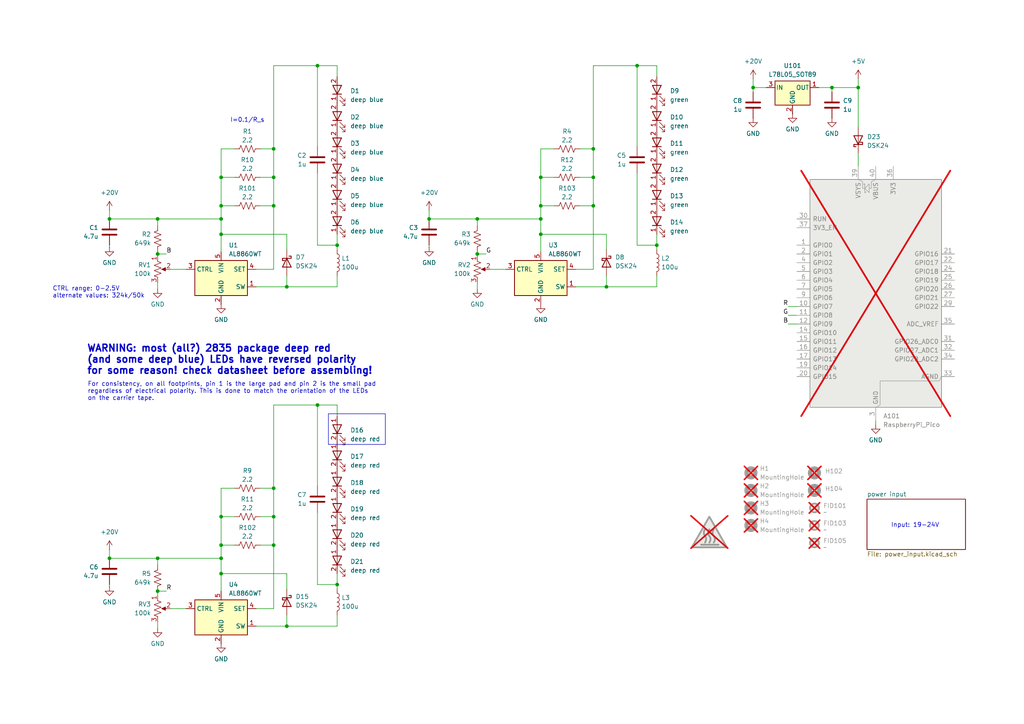
<source format=kicad_sch>
(kicad_sch (version 20250114) (generator "eeschema") (generator_version "9.0")
  (paper "A4")
  (title_block (date "2025-03-28") (rev "2"))
  (lib_symbols
    (symbol "Device:C" (pin_numbers (hide yes)) (pin_names (offset 0.254))
      (property "Reference" "C" (at 0.635 2.54 0))
      (property "Value" "C" (at 0.635 -2.54 0))
      (symbol "C_1_1"
        (pin passive line (at 0 3.81 270) (length 2.794) (name "~") (number "1"))
        (pin passive line (at 0 -3.81 90) (length 2.794) (name "~") (number "2"))
      )
    )
    (symbol "Device:L" (pin_numbers (hide yes)) (pin_names (offset 1.016) (hide yes))
      (property "Reference" "L" (at -1.27 0 90))
      (property "Value" "L" (at 1.905 0 90))
      (symbol "L_1_1"
        (pin passive line (at 0 3.81 270) (length 1.27) (name "1") (number "1"))
        (pin passive line (at 0 -3.81 90) (length 1.27) (name "2") (number "2"))
      )
    )
    (symbol "Device:LED" (pin_names (offset 1.016) (hide yes))
      (property "Reference" "D" (at 0 2.54 0))
      (property "Value" "LED" (at 0 -2.54 0))
      (symbol "LED_1_1"
        (pin passive line (at -3.81 0 0) (length 2.54) (name "K") (number "1"))
        (pin passive line (at 3.81 0 180) (length 2.54) (name "A") (number "2"))
      )
    )
    (symbol "Device:R_Potentiometer_US" (pin_names (offset 1.016) (hide yes))
      (property "Reference" "RV" (at -4.445 0 90))
      (property "Value" "R_Potentiometer_US" (at -2.54 0 90))
      (symbol "R_Potentiometer_US_1_1"
        (pin passive line (at 0 3.81 270) (length 1.27) (name "1") (number "1"))
        (pin passive line (at 0 -3.81 90) (length 1.27) (name "3") (number "3"))
        (pin passive line (at 3.81 0 180) (length 1.27) (name "2") (number "2"))
      )
    )
    (symbol "Device:R_US" (pin_numbers (hide yes)) (pin_names (offset 0))
      (property "Reference" "R" (at 2.54 0 90))
      (property "Value" "R_US" (at -2.54 0 90))
      (symbol "R_US_1_1"
        (pin passive line (at 0 3.81 270) (length 1.27) (name "~") (number "1"))
        (pin passive line (at 0 -3.81 90) (length 1.27) (name "~") (number "2"))
      )
    )
    (symbol "Diode:MBRA340" (pin_numbers (hide yes)) (pin_names (hide yes))
      (property "Reference" "D" (at 0 2.54 0))
      (property "Value" "MBRA340" (at 0 -2.54 0))
      (symbol "MBRA340_1_1"
        (pin passive line (at -3.81 0 0) (length 2.54) (name "K") (number "1"))
        (pin passive line (at 3.81 0 180) (length 2.54) (name "A") (number "2"))
      )
    )
    (symbol "Driver_LED:AL8860WT"
      (property "Reference" "U" (at -6.35 6.35 0))
      (property "Value" "AL8860WT" (at 7.62 6.35 0))
      (symbol "AL8860WT_1_1"
        (pin input line (at -10.16 2.54 0) (length 2.54) (name "CTRL") (number "3"))
        (pin power_in line (at 0 7.62 270) (length 2.54) (name "VIN") (number "5"))
        (pin power_in line (at 0 -7.62 90) (length 2.54) (name "GND") (number "2"))
        (pin input line (at 10.16 2.54 180) (length 2.54) (name "SET") (number "4"))
        (pin open_collector line (at 10.16 -2.54 180) (length 2.54) (name "SW") (number "1"))
      )
    )
    (symbol "Graphic:SYM_Hot_Large" (on_board no))
    (symbol "LED_1" (pin_names (offset 1.016) (hide yes))
      (property "Reference" "D16" (at -0.3174 -3.81 90))
      (property "Value" "deep red" (at -2.8574 -3.81 90))
      (symbol "LED_1_1_1"
        (pin passive line (at -3.81 0 0) (length 2.54) (name "K") (number "2"))
        (pin passive line (at 3.81 0 180) (length 2.54) (name "A") (number "1"))
      )
    )
    (symbol "LED_10" (pin_names (offset 1.016) (hide yes))
      (property "Reference" "D" (at 0 2.54 0))
      (property "Value" "LED" (at 0 -2.54 0))
      (symbol "LED_10_1_1"
        (pin passive line (at -3.81 0 0) (length 2.54) (name "K") (number "1"))
        (pin passive line (at 3.81 0 180) (length 2.54) (name "A") (number "2"))
      )
    )
    (symbol "LED_11" (pin_names (offset 1.016) (hide yes))
      (property "Reference" "D" (at 0 2.54 0))
      (property "Value" "LED" (at 0 -2.54 0))
      (symbol "LED_11_1_1"
        (pin passive line (at -3.81 0 0) (length 2.54) (name "K") (number "1"))
        (pin passive line (at 3.81 0 180) (length 2.54) (name "A") (number "2"))
      )
    )
    (symbol "LED_12" (pin_names (offset 1.016) (hide yes))
      (property "Reference" "D" (at 0 2.54 0))
      (property "Value" "LED" (at 0 -2.54 0))
      (symbol "LED_12_1_1"
        (pin passive line (at -3.81 0 0) (length 2.54) (name "K") (number "1"))
        (pin passive line (at 3.81 0 180) (length 2.54) (name "A") (number "2"))
      )
    )
    (symbol "LED_13" (pin_names (offset 1.016) (hide yes))
      (property "Reference" "D" (at 0 2.54 0))
      (property "Value" "LED" (at 0 -2.54 0))
      (symbol "LED_13_1_1"
        (pin passive line (at -3.81 0 0) (length 2.54) (name "K") (number "1"))
        (pin passive line (at 3.81 0 180) (length 2.54) (name "A") (number "2"))
      )
    )
    (symbol "LED_14" (pin_names (offset 1.016) (hide yes))
      (property "Reference" "D" (at 0 2.54 0))
      (property "Value" "LED" (at 0 -2.54 0))
      (symbol "LED_14_1_1"
        (pin passive line (at -3.81 0 0) (length 2.54) (name "K") (number "1"))
        (pin passive line (at 3.81 0 180) (length 2.54) (name "A") (number "2"))
      )
    )
    (symbol "LED_15" (pin_names (offset 1.016) (hide yes))
      (property "Reference" "D" (at 0 2.54 0))
      (property "Value" "LED" (at 0 -2.54 0))
      (symbol "LED_15_1_1"
        (pin passive line (at -3.81 0 0) (length 2.54) (name "K") (number "1"))
        (pin passive line (at 3.81 0 180) (length 2.54) (name "A") (number "2"))
      )
    )
    (symbol "LED_16" (pin_names (offset 1.016) (hide yes))
      (property "Reference" "D" (at 0 2.54 0))
      (property "Value" "LED" (at 0 -2.54 0))
      (symbol "LED_16_1_1"
        (pin passive line (at -3.81 0 0) (length 2.54) (name "K") (number "1"))
        (pin passive line (at 3.81 0 180) (length 2.54) (name "A") (number "2"))
      )
    )
    (symbol "LED_17" (pin_names (offset 1.016) (hide yes))
      (property "Reference" "D" (at 0 2.54 0))
      (property "Value" "LED" (at 0 -2.54 0))
      (symbol "LED_17_1_1"
        (pin passive line (at -3.81 0 0) (length 2.54) (name "K") (number "1"))
        (pin passive line (at 3.81 0 180) (length 2.54) (name "A") (number "2"))
      )
    )
    (symbol "LED_2" (pin_names (offset 1.016) (hide yes))
      (property "Reference" "D17" (at -0.3174 -3.81 90))
      (property "Value" "deep red" (at -2.8574 -3.81 90))
      (symbol "LED_2_1_1"
        (pin passive line (at -3.81 0 0) (length 2.54) (name "K") (number "2"))
        (pin passive line (at 3.81 0 180) (length 2.54) (name "A") (number "1"))
      )
    )
    (symbol "LED_3" (pin_names (offset 1.016) (hide yes))
      (property "Reference" "D18" (at -0.3174 -3.81 90))
      (property "Value" "deep red" (at -2.8574 -3.81 90))
      (symbol "LED_3_1_1"
        (pin passive line (at -3.81 0 0) (length 2.54) (name "K") (number "2"))
        (pin passive line (at 3.81 0 180) (length 2.54) (name "A") (number "1"))
      )
    )
    (symbol "LED_4" (pin_names (offset 1.016) (hide yes))
      (property "Reference" "D19" (at -0.3174 -3.81 90))
      (property "Value" "deep red" (at -2.8574 -3.81 90))
      (symbol "LED_4_1_1"
        (pin passive line (at -3.81 0 0) (length 2.54) (name "K") (number "2"))
        (pin passive line (at 3.81 0 180) (length 2.54) (name "A") (number "1"))
      )
    )
    (symbol "LED_5" (pin_names (offset 1.016) (hide yes))
      (property "Reference" "D20" (at -0.3174 -3.81 90))
      (property "Value" "deep red" (at -2.8574 -3.81 90))
      (symbol "LED_5_1_1"
        (pin passive line (at -3.81 0 0) (length 2.54) (name "K") (number "2"))
        (pin passive line (at 3.81 0 180) (length 2.54) (name "A") (number "1"))
      )
    )
    (symbol "LED_6" (pin_names (offset 1.016) (hide yes))
      (property "Reference" "D21" (at -0.3174 -3.81 90))
      (property "Value" "deep red" (at -2.8574 -3.81 90))
      (symbol "LED_6_1_1"
        (pin passive line (at -3.81 0 0) (length 2.54) (name "K") (number "2"))
        (pin passive line (at 3.81 0 180) (length 2.54) (name "A") (number "1"))
      )
    )
    (symbol "LED_7" (pin_names (offset 1.016) (hide yes))
      (property "Reference" "D" (at 0 2.54 0))
      (property "Value" "LED" (at 0 -2.54 0))
      (symbol "LED_7_1_1"
        (pin passive line (at -3.81 0 0) (length 2.54) (name "K") (number "1"))
        (pin passive line (at 3.81 0 180) (length 2.54) (name "A") (number "2"))
      )
    )
    (symbol "LED_8" (pin_names (offset 1.016) (hide yes))
      (property "Reference" "D" (at 0 2.54 0))
      (property "Value" "LED" (at 0 -2.54 0))
      (symbol "LED_8_1_1"
        (pin passive line (at -3.81 0 0) (length 2.54) (name "K") (number "1"))
        (pin passive line (at 3.81 0 180) (length 2.54) (name "A") (number "2"))
      )
    )
    (symbol "LED_9" (pin_names (offset 1.016) (hide yes))
      (property "Reference" "D" (at 0 2.54 0))
      (property "Value" "LED" (at 0 -2.54 0))
      (symbol "LED_9_1_1"
        (pin passive line (at -3.81 0 0) (length 2.54) (name "K") (number "1"))
        (pin passive line (at 3.81 0 180) (length 2.54) (name "A") (number "2"))
      )
    )
    (symbol "MCU_Module:RaspberryPi_Pico" (pin_names (offset 0.762))
      (property "Reference" "A" (at -19.05 35.56 0))
      (property "Value" "RaspberryPi_Pico" (at 7.62 35.56 0))
      (symbol "RaspberryPi_Pico_1_1"
        (pin passive line (at -22.86 22.86 0) (length 3.81) (name "RUN") (number "30"))
        (pin passive line (at -22.86 20.32 0) (length 3.81) (name "3V3_EN") (number "37"))
        (pin bidirectional line (at -22.86 15.24 0) (length 3.81) (name "GPIO0") (number "1"))
        (pin bidirectional line (at -22.86 12.7 0) (length 3.81) (name "GPIO1") (number "2"))
        (pin bidirectional line (at -22.86 10.16 0) (length 3.81) (name "GPIO2") (number "4"))
        (pin bidirectional line (at -22.86 7.62 0) (length 3.81) (name "GPIO3") (number "5"))
        (pin bidirectional line (at -22.86 5.08 0) (length 3.81) (name "GPIO4") (number "6"))
        (pin bidirectional line (at -22.86 2.54 0) (length 3.81) (name "GPIO5") (number "7"))
        (pin bidirectional line (at -22.86 0 0) (length 3.81) (name "GPIO6") (number "9"))
        (pin bidirectional line (at -22.86 -2.54 0) (length 3.81) (name "GPIO7") (number "10"))
        (pin bidirectional line (at -22.86 -5.08 0) (length 3.81) (name "GPIO8") (number "11"))
        (pin bidirectional line (at -22.86 -7.62 0) (length 3.81) (name "GPIO9") (number "12"))
        (pin bidirectional line (at -22.86 -10.16 0) (length 3.81) (name "GPIO10") (number "14"))
        (pin bidirectional line (at -22.86 -12.7 0) (length 3.81) (name "GPIO11") (number "15"))
        (pin bidirectional line (at -22.86 -15.24 0) (length 3.81) (name "GPIO12") (number "16"))
        (pin bidirectional line (at -22.86 -17.78 0) (length 3.81) (name "GPIO13") (number "17"))
        (pin bidirectional line (at -22.86 -20.32 0) (length 3.81) (name "GPIO14") (number "19"))
        (pin bidirectional line (at -22.86 -22.86 0) (length 3.81) (name "GPIO15") (number "20"))
        (pin power_in line (at -5.08 38.1 270) (length 3.81) (name "VSYS") (number "39"))
        (pin power_out line (at 0 38.1 270) (length 3.81) (name "VBUS") (number "40"))
        (pin passive line (at 0 -35.56 90) (length 3.81) (hide yes) (name "GND") (number "13"))
        (pin passive line (at 0 -35.56 90) (length 3.81) (hide yes) (name "GND") (number "18"))
        (pin passive line (at 0 -35.56 90) (length 3.81) (hide yes) (name "GND") (number "23"))
        (pin passive line (at 0 -35.56 90) (length 3.81) (hide yes) (name "GND") (number "28"))
        (pin power_out line (at 0 -35.56 90) (length 3.81) (name "GND") (number "3"))
        (pin passive line (at 0 -35.56 90) (length 3.81) (hide yes) (name "GND") (number "38"))
        (pin passive line (at 0 -35.56 90) (length 3.81) (hide yes) (name "GND") (number "8"))
        (pin power_out line (at 5.08 38.1 270) (length 3.81) (name "3V3") (number "36"))
        (pin bidirectional line (at 22.86 12.7 180) (length 3.81) (name "GPIO16") (number "21"))
        (pin bidirectional line (at 22.86 10.16 180) (length 3.81) (name "GPIO17") (number "22"))
        (pin bidirectional line (at 22.86 7.62 180) (length 3.81) (name "GPIO18") (number "24"))
        (pin bidirectional line (at 22.86 5.08 180) (length 3.81) (name "GPIO19") (number "25"))
        (pin bidirectional line (at 22.86 2.54 180) (length 3.81) (name "GPIO20") (number "26"))
        (pin bidirectional line (at 22.86 0 180) (length 3.81) (name "GPIO21") (number "27"))
        (pin bidirectional line (at 22.86 -2.54 180) (length 3.81) (name "GPIO22") (number "29"))
        (pin power_in line (at 22.86 -7.62 180) (length 3.81) (name "ADC_VREF") (number "35"))
        (pin bidirectional line (at 22.86 -12.7 180) (length 3.81) (name "GPIO26_ADC0") (number "31"))
        (pin bidirectional line (at 22.86 -15.24 180) (length 3.81) (name "GPIO27_ADC1") (number "32"))
        (pin bidirectional line (at 22.86 -17.78 180) (length 3.81) (name "GPIO28_ADC2") (number "34"))
        (pin power_out line (at 22.86 -22.86 180) (length 3.81) (name "AGND") (number "33"))
      )
    )
    (symbol "Mechanical:Fiducial" (exclude_from_sim yes) (in_bom no)
      (property "Reference" "FID" (at 0 5.08 0))
      (property "Value" "Fiducial" (at 0 3.175 0))
    )
    (symbol "Mechanical:MountingHole" (pin_names (offset 1.016))
      (property "Reference" "H" (at 0 5.08 0))
      (property "Value" "MountingHole" (at 0 3.175 0))
    )
    (symbol "Regulator_Linear:L78L05_SOT89" (pin_names (offset 0.254))
      (property "Reference" "U" (at -3.81 3.175 0))
      (property "Value" "L78L05_SOT89" (at -0.635 3.175 0))
      (symbol "L78L05_SOT89_1_1"
        (pin power_in line (at -7.62 0 0) (length 2.54) (name "IN") (number "3"))
        (pin power_in line (at 0 -7.62 90) (length 2.54) (name "GND") (number "2"))
        (pin power_out line (at 7.62 0 180) (length 2.54) (name "OUT") (number "1"))
      )
    )
    (symbol "power:+24V" (power) (pin_numbers (hide yes)) (pin_names (offset 0) (hide yes))
      (property "Value" "+24V" (at 0 3.556 0))
      (symbol "+24V_1_1"
        (pin power_in line (at 0 0 90) (length 0) (name "~") (number "1"))
      )
    )
    (symbol "power:+5V" (power) (pin_numbers (hide yes)) (pin_names (offset 0) (hide yes))
      (property "Value" "+5V" (at 0 3.556 0))
      (symbol "+5V_1_1"
        (pin power_in line (at 0 0 90) (length 0) (name "~") (number "1"))
      )
    )
    (symbol "power:GND" (power) (pin_numbers (hide yes)) (pin_names (offset 0) (hide yes))
      (property "Value" "GND" (at 0 -3.81 0))
      (symbol "GND_1_1"
        (pin power_in line (at 0 0 270) (length 0) (name "~") (number "1"))
      )
    )
  )
  (rectangle (start 95.25 120.015) (end 111.76 128.905))
  (text "Input: 19-24V\n" (at 265.43 152.4 0) (effects (font (size 1.27 1.27))))
  (text "CTRL range: 0-2.5V\nalternate values: 324k/50k" (at 15.24 84.836 0) (effects (font (size 1.27 1.27)) (justify left)))
  (text "For consistency, on all footprints, pin 1 is the large pad and pin 2 is the small pad\nregardless of electrical polarity. This is done to match the orientation of the LEDs\non the carrier tape." (at 25.4 113.538 0) (effects (font (size 1.27 1.27)) (justify left)))
  (text "I=0.1/R_s" (at 71.755 34.925 0) (effects (font (size 1.27 1.27))))
  (text "WARNING: most (all?) 2835 package deep red \n(and some deep blue) LEDs have reversed polarity \nfor some reason! check datasheet before assembling!" (at 25.146 104.394 0) (effects (font (size 2 2) (thickness 0.4) (bold yes)) (justify left)))
  (junction (at 92.075 19.05))
  (junction (at 64.135 67.945))
  (junction (at 124.46 63.5))
  (junction (at 172.085 59.69))
  (junction (at 79.375 59.69))
  (junction (at 31.75 161.925))
  (junction (at 83.185 83.185))
  (junction (at 45.72 161.925))
  (junction (at 175.895 83.185))
  (junction (at 79.375 141.605))
  (junction (at 138.43 73.66))
  (junction (at 45.72 73.66))
  (junction (at 241.3 25.4))
  (junction (at 156.845 63.5))
  (junction (at 97.79 169.545))
  (junction (at 31.75 63.5))
  (junction (at 64.135 161.925))
  (junction (at 218.44 25.4))
  (junction (at 64.135 149.86))
  (junction (at 156.845 59.69))
  (junction (at 184.785 19.05))
  (junction (at 64.135 158.115))
  (junction (at 64.135 51.435))
  (junction (at 97.79 71.12))
  (junction (at 64.135 63.5))
  (junction (at 64.135 166.37))
  (junction (at 79.375 43.18))
  (junction (at 248.92 25.4))
  (junction (at 45.72 171.45))
  (junction (at 79.375 149.86))
  (junction (at 83.185 181.61))
  (junction (at 190.5 71.12))
  (junction (at 156.845 51.435))
  (junction (at 172.085 43.18))
  (junction (at 45.72 63.5))
  (junction (at 79.375 51.435))
  (junction (at 156.845 67.945))
  (junction (at 64.135 59.69))
  (junction (at 172.085 51.435))
  (junction (at 79.375 158.115))
  (junction (at 92.075 117.475))
  (junction (at 138.43 63.5))
  (wire (pts (xy 92.075 148.59) (xy 92.075 169.545)))
  (wire (pts (xy 83.185 72.39) (xy 83.185 67.945)))
  (wire (pts (xy 31.75 63.5) (xy 45.72 63.5)))
  (wire (pts (xy 156.845 59.69) (xy 156.845 63.5)))
  (wire (pts (xy 92.075 169.545) (xy 97.79 169.545)))
  (wire (pts (xy 79.375 117.475) (xy 92.075 117.475)))
  (wire (pts (xy 190.5 71.12) (xy 190.5 72.39)))
  (wire (pts (xy 64.135 158.115) (xy 64.135 161.925)))
  (wire (pts (xy 190.5 19.05) (xy 190.5 22.225)))
  (wire (pts (xy 45.72 171.45) (xy 48.26 171.45)))
  (wire (pts (xy 79.375 141.605) (xy 79.375 149.86)))
  (wire (pts (xy 92.075 19.05) (xy 97.79 19.05)))
  (wire (pts (xy 228.6 93.98) (xy 231.14 93.98)))
  (wire (pts (xy 184.785 19.05) (xy 190.5 19.05)))
  (wire (pts (xy 156.845 67.945) (xy 156.845 73.025)))
  (wire (pts (xy 175.895 80.01) (xy 175.895 83.185)))
  (wire (pts (xy 228.6 91.44) (xy 231.14 91.44)))
  (wire (pts (xy 79.375 51.435) (xy 79.375 59.69)))
  (wire (pts (xy 156.845 63.5) (xy 156.845 67.945)))
  (wire (pts (xy 49.53 176.53) (xy 53.975 176.53)))
  (wire (pts (xy 75.565 149.86) (xy 79.375 149.86)))
  (wire (pts (xy 45.72 161.925) (xy 45.72 163.83)))
  (wire (pts (xy 172.085 51.435) (xy 172.085 59.69)))
  (wire (pts (xy 156.845 43.18) (xy 156.845 51.435)))
  (wire (pts (xy 218.44 26.67) (xy 218.44 25.4)))
  (wire (pts (xy 64.135 59.69) (xy 64.135 63.5)))
  (wire (pts (xy 64.135 161.925) (xy 64.135 166.37)))
  (wire (pts (xy 97.79 181.61) (xy 97.79 178.435)))
  (wire (pts (xy 92.075 71.12) (xy 97.79 71.12)))
  (wire (pts (xy 172.085 59.69) (xy 172.085 78.105)))
  (wire (pts (xy 92.075 117.475) (xy 97.79 117.475)))
  (wire (pts (xy 156.845 59.69) (xy 160.655 59.69)))
  (wire (pts (xy 64.135 149.86) (xy 67.945 149.86)))
  (wire (pts (xy 79.375 43.18) (xy 79.375 51.435)))
  (wire (pts (xy 64.135 59.69) (xy 67.945 59.69)))
  (wire (pts (xy 79.375 19.05) (xy 79.375 43.18)))
  (wire (pts (xy 64.135 141.605) (xy 67.945 141.605)))
  (wire (pts (xy 45.72 73.66) (xy 45.72 74.295)))
  (wire (pts (xy 190.5 83.185) (xy 190.5 80.01)))
  (wire (pts (xy 45.72 63.5) (xy 45.72 65.405)))
  (wire (pts (xy 97.79 181.61) (xy 83.185 181.61)))
  (wire (pts (xy 184.785 71.12) (xy 190.5 71.12)))
  (wire (pts (xy 241.3 25.4) (xy 241.3 26.67)))
  (wire (pts (xy 218.44 25.4) (xy 222.25 25.4)))
  (wire (pts (xy 83.185 166.37) (xy 64.135 166.37)))
  (wire (pts (xy 83.185 67.945) (xy 64.135 67.945)))
  (wire (pts (xy 79.375 149.86) (xy 79.375 158.115)))
  (wire (pts (xy 168.275 51.435) (xy 172.085 51.435)))
  (wire (pts (xy 45.72 171.45) (xy 45.72 172.72)))
  (wire (pts (xy 97.79 83.185) (xy 83.185 83.185)))
  (wire (pts (xy 74.295 176.53) (xy 79.375 176.53)))
  (wire (pts (xy 64.135 166.37) (xy 64.135 171.45)))
  (wire (pts (xy 83.185 80.01) (xy 83.185 83.185)))
  (wire (pts (xy 124.46 71.755) (xy 124.46 71.12)))
  (wire (pts (xy 167.005 78.105) (xy 172.085 78.105)))
  (wire (pts (xy 49.53 78.105) (xy 53.975 78.105)))
  (wire (pts (xy 248.92 36.83) (xy 248.92 25.4)))
  (wire (pts (xy 75.565 51.435) (xy 79.375 51.435)))
  (wire (pts (xy 248.92 25.4) (xy 241.3 25.4)))
  (wire (pts (xy 92.075 117.475) (xy 92.075 140.97)))
  (wire (pts (xy 172.085 43.18) (xy 172.085 51.435)))
  (wire (pts (xy 218.44 25.4) (xy 218.44 22.86)))
  (wire (pts (xy 156.845 51.435) (xy 156.845 59.69)))
  (wire (pts (xy 168.275 43.18) (xy 172.085 43.18)))
  (wire (pts (xy 97.79 117.475) (xy 97.79 120.65)))
  (wire (pts (xy 142.24 78.105) (xy 146.685 78.105)))
  (wire (pts (xy 168.275 59.69) (xy 172.085 59.69)))
  (wire (pts (xy 83.185 170.815) (xy 83.185 166.37)))
  (wire (pts (xy 74.295 181.61) (xy 83.185 181.61)))
  (wire (pts (xy 97.79 19.05) (xy 97.79 22.225)))
  (wire (pts (xy 184.785 19.05) (xy 184.785 42.545)))
  (wire (pts (xy 31.75 161.925) (xy 31.75 159.385)))
  (wire (pts (xy 31.75 71.755) (xy 31.75 71.12)))
  (wire (pts (xy 79.375 158.115) (xy 79.375 176.53)))
  (wire (pts (xy 237.49 25.4) (xy 241.3 25.4)))
  (wire (pts (xy 45.72 73.025) (xy 45.72 73.66)))
  (wire (pts (xy 74.295 78.105) (xy 79.375 78.105)))
  (wire (pts (xy 97.79 67.945) (xy 97.79 71.12)))
  (wire (pts (xy 75.565 43.18) (xy 79.375 43.18)))
  (wire (pts (xy 45.72 73.66) (xy 48.26 73.66)))
  (wire (pts (xy 31.75 161.925) (xy 45.72 161.925)))
  (wire (pts (xy 64.135 51.435) (xy 67.945 51.435)))
  (wire (pts (xy 64.135 141.605) (xy 64.135 149.86)))
  (wire (pts (xy 138.43 63.5) (xy 138.43 65.405)))
  (wire (pts (xy 172.085 19.05) (xy 172.085 43.18)))
  (wire (pts (xy 31.75 63.5) (xy 31.75 60.96)))
  (wire (pts (xy 97.79 169.545) (xy 97.79 170.815)))
  (wire (pts (xy 92.075 50.165) (xy 92.075 71.12)))
  (wire (pts (xy 45.72 83.82) (xy 45.72 81.915)))
  (wire (pts (xy 79.375 19.05) (xy 92.075 19.05)))
  (wire (pts (xy 74.295 83.185) (xy 83.185 83.185)))
  (wire (pts (xy 190.5 83.185) (xy 175.895 83.185)))
  (wire (pts (xy 138.43 63.5) (xy 156.845 63.5)))
  (wire (pts (xy 175.895 72.39) (xy 175.895 67.945)))
  (wire (pts (xy 83.185 178.435) (xy 83.185 181.61)))
  (wire (pts (xy 167.005 83.185) (xy 175.895 83.185)))
  (wire (pts (xy 31.75 170.18) (xy 31.75 169.545)))
  (wire (pts (xy 248.92 22.86) (xy 248.92 25.4)))
  (wire (pts (xy 138.43 73.66) (xy 138.43 74.295)))
  (wire (pts (xy 124.46 63.5) (xy 138.43 63.5)))
  (wire (pts (xy 64.135 158.115) (xy 67.945 158.115)))
  (wire (pts (xy 228.6 88.9) (xy 231.14 88.9)))
  (wire (pts (xy 156.845 43.18) (xy 160.655 43.18)))
  (wire (pts (xy 138.43 73.025) (xy 138.43 73.66)))
  (wire (pts (xy 64.135 67.945) (xy 64.135 73.025)))
  (wire (pts (xy 75.565 158.115) (xy 79.375 158.115)))
  (wire (pts (xy 138.43 83.82) (xy 138.43 81.915)))
  (wire (pts (xy 45.72 182.245) (xy 45.72 180.34)))
  (wire (pts (xy 184.785 50.165) (xy 184.785 71.12)))
  (wire (pts (xy 172.085 19.05) (xy 184.785 19.05)))
  (wire (pts (xy 79.375 59.69) (xy 79.375 78.105)))
  (wire (pts (xy 45.72 161.925) (xy 64.135 161.925)))
  (wire (pts (xy 248.92 44.45) (xy 248.92 48.26)))
  (wire (pts (xy 75.565 141.605) (xy 79.375 141.605)))
  (wire (pts (xy 64.135 149.86) (xy 64.135 158.115)))
  (wire (pts (xy 97.79 71.12) (xy 97.79 72.39)))
  (wire (pts (xy 64.135 63.5) (xy 64.135 67.945)))
  (wire (pts (xy 64.135 51.435) (xy 64.135 59.69)))
  (wire (pts (xy 79.375 117.475) (xy 79.375 141.605)))
  (wire (pts (xy 124.46 63.5) (xy 124.46 60.96)))
  (wire (pts (xy 97.79 166.37) (xy 97.79 169.545)))
  (wire (pts (xy 175.895 67.945) (xy 156.845 67.945)))
  (wire (pts (xy 138.43 73.66) (xy 140.97 73.66)))
  (wire (pts (xy 64.135 43.18) (xy 67.945 43.18)))
  (wire (pts (xy 190.5 67.945) (xy 190.5 71.12)))
  (wire (pts (xy 45.72 63.5) (xy 64.135 63.5)))
  (wire (pts (xy 75.565 59.69) (xy 79.375 59.69)))
  (wire (pts (xy 156.845 51.435) (xy 160.655 51.435)))
  (wire (pts (xy 97.79 83.185) (xy 97.79 80.01)))
  (wire (pts (xy 92.075 19.05) (xy 92.075 42.545)))
  (wire (pts (xy 254 123.19) (xy 254 121.92)))
  (wire (pts (xy 64.135 43.18) (xy 64.135 51.435)))
  (label "B" (at 48.26 73.66 0))
  (label "R" (at 48.26 171.45 0))
  (label "R" (at 228.6 88.9 180))
  (label "G" (at 228.6 91.44 180))
  (label "G" (at 140.97 73.66 0))
  (label "B" (at 228.6 93.98 180))
  (symbol (lib_id "power:GND") (at 31.75 71.755 0) (unit 1)
    (property "Reference" "#PWR05" (effects (hide yes)))
    (property "Value" "GND" (at 31.75 76.2 0))
    (property "Description" "Power symbol creates a global label with name \"GND\" , ground" (effects (hide yes)))
  )
  (symbol (lib_name "LED_10") (lib_id "Device:LED") (at 190.5 41.275 90) (unit 1)
    (property "Reference" "D11" (at 194.31 41.5924 90) (effects (justify right)))
    (property "Value" "green" (at 194.31 44.1324 90) (effects (justify right)))
    (property "Footprint" "LED_SMD:LED_PLCC_2835_Handsoldering" (effects (hide yes)))
    (property "Description" "Light emitting diode" (effects (hide yes)))
    (property "MPN" "JE2835AGR-N-0002A0000-N0000001" (effects (hide yes)))
    (property "LCSC" "C6159257 " (effects (hide yes)))
  )
  (symbol (lib_name "LED_7") (lib_id "Device:LED") (at 190.5 26.035 90) (unit 1)
    (property "Reference" "D9" (at 194.31 26.3524 90) (effects (justify right)))
    (property "Value" "green" (at 194.31 28.8924 90) (effects (justify right)))
    (property "Footprint" "LED_SMD:LED_PLCC_2835_Handsoldering" (effects (hide yes)))
    (property "Description" "Light emitting diode" (effects (hide yes)))
    (property "MPN" "JE2835AGR-N-0002A0000-N0000001" (effects (hide yes)))
    (property "LCSC" "C6159257 " (effects (hide yes)))
  )
  (symbol (lib_name "LED_8") (lib_id "Device:LED") (at 190.5 48.895 90) (unit 1)
    (property "Reference" "D12" (at 194.31 49.2124 90) (effects (justify right)))
    (property "Value" "green" (at 194.31 51.7524 90) (effects (justify right)))
    (property "Footprint" "LED_SMD:LED_PLCC_2835_Handsoldering" (effects (hide yes)))
    (property "Description" "Light emitting diode" (effects (hide yes)))
    (property "MPN" "JE2835AGR-N-0002A0000-N0000001" (effects (hide yes)))
    (property "LCSC" "C6159257 " (effects (hide yes)))
  )
  (symbol (lib_id "Mechanical:Fiducial") (at 236.22 147.32 0) (unit 1) (in_bom no) (dnp yes)
    (property "Reference" "FID101" (at 238.76 146.6849 0) (effects (justify left)))
    (property "Value" "~" (at 238.76 148.59 0) (effects (justify left)))
    (property "Footprint" "Fiducial:Fiducial_1mm_Mask2mm" (effects (hide yes)))
    (property "Description" "Fiducial Marker" (effects (hide yes)))
  )
  (symbol (lib_id "Device:L") (at 97.79 76.2 0) (unit 1)
    (property "Reference" "L1" (at 99.06 74.9299 0) (effects (justify left)))
    (property "Value" "100u" (at 99.06 77.4699 0) (effects (justify left)))
    (property "Footprint" "Inductor_SMD:L_Changjiang_FNR5040S" (effects (hide yes)))
    (property "Description" "Inductor" (effects (hide yes)))
    (property "MPN" "SLW5040S101MST" (effects (hide yes)))
    (property "LCSC" "C206391" (effects (hide yes)))
  )
  (symbol (lib_id "power:+5V") (at 248.92 22.86 0) (unit 1)
    (property "Reference" "#PWR0102" (effects (hide yes)))
    (property "Value" "+5V" (at 248.92 17.78 0))
    (property "Description" "Power symbol creates a global label with name \"+5V\"" (effects (hide yes)))
  )
  (symbol (lib_id "Graphic:SYM_Hot_Large") (at 205.74 153.67 0) (unit 1) (dnp yes)
    (property "Reference" "SYM101" (effects (hide yes)))
    (property "Value" "SYM_Hot_Large" (effects (hide yes)))
    (property "Footprint" "Custom:hot-surface_1x" (effects (hide yes)))
    (property "Description" "Hot surface warning symbol, large" (effects (hide yes)))
  )
  (symbol (lib_id "Device:R_US") (at 164.465 59.69 90) (unit 1)
    (property "Reference" "R103" (at 164.465 54.61 90))
    (property "Value" "2.2" (at 164.465 57.15 90))
    (property "Footprint" "Resistor_SMD:R_0603_1608Metric" (effects (hide yes)))
    (property "Description" "Resistor, US symbol" (effects (hide yes)))
    (property "MPN" "Generic 2.2Ohm 0603 1%" (effects (hide yes)))
    (property "LCSC" "C22939" (effects (hide yes)))
  )
  (symbol (lib_name "LED_9") (lib_id "Device:LED") (at 190.5 56.515 90) (unit 1)
    (property "Reference" "D13" (at 194.31 56.8324 90) (effects (justify right)))
    (property "Value" "green" (at 194.31 59.3724 90) (effects (justify right)))
    (property "Footprint" "LED_SMD:LED_PLCC_2835_Handsoldering" (effects (hide yes)))
    (property "Description" "Light emitting diode" (effects (hide yes)))
    (property "MPN" "JE2835AGR-N-0002A0000-N0000001" (effects (hide yes)))
    (property "LCSC" "C6159257 " (effects (hide yes)))
  )
  (symbol (lib_id "Mechanical:MountingHole") (at 236.22 142.24 0) (unit 1) (in_bom no) (dnp yes)
    (property "Reference" "H104" (at 239.268 141.732 0) (effects (justify left)))
    (property "Value" "ToolingHole" (effects (hide yes)))
    (property "Footprint" "Custom:JLC_tooling_hole" (effects (hide yes)))
  )
  (symbol (lib_id "Driver_LED:AL8860WT") (at 64.135 80.645 0) (unit 1)
    (property "Reference" "U1" (at 66.3291 71.12 0) (effects (justify left)))
    (property "Value" "AL8860WT" (at 66.3291 73.66 0) (effects (justify left)))
    (property "Footprint" "Package_TO_SOT_SMD:TSOT-23-5" (effects (hide yes)))
    (property "Datasheet" "https://www.diodes.com/assets/Datasheets/AL8860.pdf" (effects (hide yes)))
    (property "Description" "40V 1.5A Constant Current Buck LED Driver IC, TSOT-23-5" (effects (hide yes)))
    (property "MPN" "AL8860WT-7" (effects (hide yes)))
    (property "LCSC" "C125330" (effects (hide yes)))
  )
  (symbol (lib_id "power:+24V") (at 218.44 22.86 0) (unit 1)
    (property "Reference" "#PWR019" (effects (hide yes)))
    (property "Value" "+20V" (at 218.44 17.78 0))
    (property "Description" "Power symbol creates a global label with name \"+24V\"" (effects (hide yes)))
  )
  (symbol (lib_name "LED_11") (lib_id "Device:LED") (at 190.5 33.655 90) (unit 1)
    (property "Reference" "D10" (at 194.31 33.9724 90) (effects (justify right)))
    (property "Value" "green" (at 194.31 36.5124 90) (effects (justify right)))
    (property "Footprint" "LED_SMD:LED_PLCC_2835_Handsoldering" (effects (hide yes)))
    (property "Description" "Light emitting diode" (effects (hide yes)))
    (property "MPN" "JE2835AGR-N-0002A0000-N0000001" (effects (hide yes)))
    (property "LCSC" "C6159257 " (effects (hide yes)))
  )
  (symbol (lib_name "LED_13") (lib_id "Device:LED") (at 97.79 48.895 90) (unit 1)
    (property "Reference" "D4" (at 101.6 49.2124 90) (effects (justify right)))
    (property "Value" "deep blue" (at 101.6 51.7524 90) (effects (justify right)))
    (property "Footprint" "LED_SMD:LED_PLCC_2835_Handsoldering" (effects (hide yes)))
    (property "Description" "Light emitting diode" (effects (hide yes)))
    (property "MPN" "JE2835ARY-N-0002A0000-N0000001" (effects (hide yes)))
    (property "LCSC" "C9900080487" (effects (hide yes)))
  )
  (symbol (lib_id "power:GND") (at 45.72 83.82 0) (unit 1)
    (property "Reference" "#PWR02" (effects (hide yes)))
    (property "Value" "GND" (at 45.72 88.265 0))
    (property "Description" "Power symbol creates a global label with name \"GND\" , ground" (effects (hide yes)))
  )
  (symbol (lib_id "Driver_LED:AL8860WT") (at 156.845 80.645 0) (unit 1)
    (property "Reference" "U3" (at 159.0391 71.12 0) (effects (justify left)))
    (property "Value" "AL8860WT" (at 159.0391 73.66 0) (effects (justify left)))
    (property "Footprint" "Package_TO_SOT_SMD:TSOT-23-5" (effects (hide yes)))
    (property "Datasheet" "https://www.diodes.com/assets/Datasheets/AL8860.pdf" (effects (hide yes)))
    (property "Description" "40V 1.5A Constant Current Buck LED Driver IC, TSOT-23-5" (effects (hide yes)))
    (property "MPN" "AL8860WT-7" (effects (hide yes)))
    (property "LCSC" "C125330" (effects (hide yes)))
  )
  (symbol (lib_name "LED_2") (lib_id "Device:LED") (at 97.79 132.08 90) (unit 1)
    (property "Reference" "D17" (at 101.6 132.3974 90) (effects (justify right)))
    (property "Value" "deep red" (at 101.6 134.9374 90) (effects (justify right)))
    (property "Footprint" "Custom:LED_PLCC_2835_Handsoldering_Reversed_Red" (effects (hide yes)))
    (property "Description" "Light emitting diode" (effects (hide yes)))
    (property "MPN" "JE2835AHR-N-0001A0000-N0000001" (effects (hide yes)))
    (property "LCSC" "C17235048" (effects (hide yes)))
  )
  (symbol (lib_id "Mechanical:MountingHole") (at 217.805 142.24 0) (unit 1) (dnp yes)
    (property "Reference" "H2" (at 220.345 140.9699 0) (effects (justify left)))
    (property "Value" "MountingHole" (at 220.345 143.5099 0) (effects (justify left)))
    (property "Footprint" "Custom:MountingHole_2.2mm_M2_Mask_5mm" (effects (hide yes)))
    (property "Description" "Mounting Hole without connection" (effects (hide yes)))
  )
  (symbol (lib_id "Device:C") (at 218.44 30.48 0) (mirror y) (unit 1)
    (property "Reference" "C8" (at 215.265 29.2099 0) (effects (justify left)))
    (property "Value" "1u" (at 215.265 31.7499 0) (effects (justify left)))
    (property "Footprint" "Capacitor_SMD:C_0805_2012Metric" (effects (hide yes)))
    (property "Description" "Unpolarized capacitor" (effects (hide yes)))
    (property "MPN" "Generic 1uF 50V 0805 X7R" (effects (hide yes)))
    (property "LCSC" "C28323" (effects (hide yes)))
  )
  (symbol (lib_id "Regulator_Linear:L78L05_SOT89") (at 229.87 25.4 0) (unit 1)
    (property "Reference" "U101" (at 229.87 19.05 0))
    (property "Value" "L78L05_SOT89" (at 229.87 21.59 0))
    (property "Footprint" "Package_TO_SOT_SMD:SOT-89-3" (effects (hide yes)))
    (property "Datasheet" "http://www.st.com/content/ccc/resource/technical/document/datasheet/15/55/e5/aa/23/5b/43/fd/CD00000446.pdf/files/CD00000446.pdf/jcr:content/translations/en.CD00000446.pdf" (effects (hide yes)))
    (property "Description" "Positive 100mA 30V Linear Regulator, Fixed Output 5V, SOT-89" (effects (hide yes)))
    (property "LCSC" "C71136" (effects (hide yes)))
    (property "MPN" "78L05G-AB3-R" (effects (hide yes)))
  )
  (symbol (lib_id "Device:L") (at 190.5 76.2 0) (unit 1)
    (property "Reference" "L2" (at 191.77 74.9299 0) (effects (justify left)))
    (property "Value" "100u" (at 191.77 77.4699 0) (effects (justify left)))
    (property "Footprint" "Inductor_SMD:L_Changjiang_FNR5040S" (effects (hide yes)))
    (property "Description" "Inductor" (effects (hide yes)))
    (property "MPN" "SLW5040S101MST" (effects (hide yes)))
    (property "LCSC" "C206391" (effects (hide yes)))
  )
  (symbol (lib_id "Diode:MBRA340") (at 175.895 76.2 270) (unit 1)
    (property "Reference" "D8" (at 178.435 74.6124 90) (effects (justify left)))
    (property "Value" "DSK24" (at 178.435 77.1524 90) (effects (justify left)))
    (property "Footprint" "Diode_SMD:D_SOD-123F" (effects (hide yes)))
    (property "Datasheet" "https://www.onsemi.com/pub/Collateral/MBRA340T3-D.PDF" (effects (hide yes)))
    (property "Description" "40V 3A Schottky Barrier Rectifier Diode, SMA(DO-214AC)" (effects (hide yes)))
    (property "MPN" "DSK24" (effects (hide yes)))
    (property "LCSC" "C22466352" (effects (hide yes)))
  )
  (symbol (lib_name "LED_6") (lib_id "Device:LED") (at 97.79 162.56 90) (unit 1)
    (property "Reference" "D21" (at 101.6 162.8774 90) (effects (justify right)))
    (property "Value" "deep red" (at 101.6 165.4174 90) (effects (justify right)))
    (property "Footprint" "Custom:LED_PLCC_2835_Handsoldering_Reversed_Red" (effects (hide yes)))
    (property "Description" "Light emitting diode" (effects (hide yes)))
    (property "MPN" "JE2835AHR-N-0001A0000-N0000001" (effects (hide yes)))
    (property "LCSC" "C17235048" (effects (hide yes)))
  )
  (symbol (lib_id "power:GND") (at 254 123.19 0) (unit 1)
    (property "Reference" "#PWR0104" (effects (hide yes)))
    (property "Value" "GND" (at 254 127.635 0))
    (property "Description" "Power symbol creates a global label with name \"GND\" , ground" (effects (hide yes)))
  )
  (symbol (lib_id "Mechanical:MountingHole") (at 217.805 147.32 0) (unit 1) (dnp yes)
    (property "Reference" "H3" (at 220.345 146.0499 0) (effects (justify left)))
    (property "Value" "MountingHole" (at 220.345 148.5899 0) (effects (justify left)))
    (property "Footprint" "Custom:MountingHole_2.2mm_M2_Mask_5mm" (effects (hide yes)))
    (property "Description" "Mounting Hole without connection" (effects (hide yes)))
  )
  (symbol (lib_id "Device:C") (at 92.075 46.355 0) (mirror y) (unit 1)
    (property "Reference" "C2" (at 88.9 45.0849 0) (effects (justify left)))
    (property "Value" "1u" (at 88.9 47.6249 0) (effects (justify left)))
    (property "Footprint" "Capacitor_SMD:C_0805_2012Metric" (effects (hide yes)))
    (property "Description" "Unpolarized capacitor" (effects (hide yes)))
    (property "MPN" "Generic 1uF 50V 0805 X7R" (effects (hide yes)))
    (property "LCSC" "C28323" (effects (hide yes)))
  )
  (symbol (lib_id "Device:R_US") (at 164.465 43.18 90) (unit 1)
    (property "Reference" "R4" (at 164.465 38.1 90))
    (property "Value" "2.2" (at 164.465 40.64 90))
    (property "Footprint" "Resistor_SMD:R_0603_1608Metric" (effects (hide yes)))
    (property "Description" "Resistor, US symbol" (effects (hide yes)))
    (property "MPN" "Generic 2.2Ohm 0603 1%" (effects (hide yes)))
    (property "LCSC" "C22939" (effects (hide yes)))
  )
  (symbol (lib_id "Device:R_US") (at 71.755 149.86 90) (unit 1)
    (property "Reference" "R11" (at 71.755 144.78 90))
    (property "Value" "2.2" (at 71.755 147.32 90))
    (property "Footprint" "Resistor_SMD:R_0603_1608Metric" (effects (hide yes)))
    (property "Description" "Resistor, US symbol" (effects (hide yes)))
    (property "MPN" "Generic 2.2Ohm 0603 1%" (effects (hide yes)))
    (property "LCSC" "C22939" (effects (hide yes)))
  )
  (symbol (lib_name "LED_5") (lib_id "Device:LED") (at 97.79 154.94 90) (unit 1)
    (property "Reference" "D20" (at 101.6 155.2574 90) (effects (justify right)))
    (property "Value" "deep red" (at 101.6 157.7974 90) (effects (justify right)))
    (property "Footprint" "Custom:LED_PLCC_2835_Handsoldering_Reversed_Red" (effects (hide yes)))
    (property "Description" "Light emitting diode" (effects (hide yes)))
    (property "MPN" "JE2835AHR-N-0001A0000-N0000001" (effects (hide yes)))
    (property "LCSC" "C17235048" (effects (hide yes)))
  )
  (symbol (lib_name "LED_4") (lib_id "Device:LED") (at 97.79 147.32 90) (unit 1)
    (property "Reference" "D19" (at 101.6 147.6374 90) (effects (justify right)))
    (property "Value" "deep red" (at 101.6 150.1774 90) (effects (justify right)))
    (property "Footprint" "Custom:LED_PLCC_2835_Handsoldering_Reversed_Red" (effects (hide yes)))
    (property "Description" "Light emitting diode" (effects (hide yes)))
    (property "MPN" "JE2835AHR-N-0001A0000-N0000001" (effects (hide yes)))
    (property "LCSC" "C17235048" (effects (hide yes)))
  )
  (symbol (lib_id "Device:R_Potentiometer_US") (at 138.43 78.105 0) (unit 1)
    (property "Reference" "RV2" (at 136.525 76.8349 0) (effects (justify right)))
    (property "Value" "100k" (at 136.525 79.3749 0) (effects (justify right)))
    (property "Footprint" "Potentiometer_SMD:Potentiometer_Bourns_3314G_Vertical" (effects (hide yes)))
    (property "Description" "Potentiometer, US symbol" (effects (hide yes)))
    (property "MPN" "3314G-1-104E " (effects (hide yes)))
    (property "LCSC" "C780219" (effects (hide yes)))
  )
  (symbol (lib_id "Mechanical:MountingHole") (at 236.22 137.16 0) (unit 1) (in_bom no) (dnp yes)
    (property "Reference" "H102" (at 239.268 136.652 0) (effects (justify left)))
    (property "Value" "ToolingHole" (effects (hide yes)))
    (property "Footprint" "Custom:JLC_tooling_hole" (effects (hide yes)))
  )
  (symbol (lib_id "Device:R_US") (at 138.43 69.215 0) (mirror y) (unit 1)
    (property "Reference" "R3" (at 136.525 67.9449 0) (effects (justify left)))
    (property "Value" "649k" (at 136.525 70.4849 0) (effects (justify left)))
    (property "Footprint" "Resistor_SMD:R_0603_1608Metric" (effects (hide yes)))
    (property "Description" "Resistor, US symbol" (effects (hide yes)))
    (property "MPN" "Generic 649KOhm 0603 1%" (effects (hide yes)))
    (property "LCSC" "C245991" (effects (hide yes)))
  )
  (symbol (lib_id "Device:R_US") (at 45.72 69.215 0) (mirror y) (unit 1)
    (property "Reference" "R2" (at 43.815 67.9449 0) (effects (justify left)))
    (property "Value" "649k" (at 43.815 70.4849 0) (effects (justify left)))
    (property "Footprint" "Resistor_SMD:R_0603_1608Metric" (effects (hide yes)))
    (property "Description" "Resistor, US symbol" (effects (hide yes)))
    (property "MPN" "Generic 649KOhm 0603 1%" (effects (hide yes)))
    (property "LCSC" "C245991" (effects (hide yes)))
  )
  (symbol (lib_id "MCU_Module:RaspberryPi_Pico") (at 254 86.36 0) (unit 1) (dnp yes)
    (property "Reference" "A101" (at 256.1433 120.65 0) (effects (justify left)))
    (property "Value" "RaspberryPi_Pico" (at 256.1433 123.19 0) (effects (justify left)))
    (property "Footprint" "Custom:RPi_Pico_SMD_minimal" (effects (hide yes)))
    (property "Datasheet" "https://datasheets.raspberrypi.com/pico/pico-datasheet.pdf" (effects (hide yes)))
    (property "Description" "Versatile and inexpensive microcontroller module powered by RP2040 dual-core Arm Cortex-M0+ processor up to 133 MHz, 264kB SRAM, 2MB QSPI flash; also supports Raspberry Pi Pico 2" (effects (hide yes)))
  )
  (symbol (lib_id "power:GND") (at 138.43 83.82 0) (unit 1)
    (property "Reference" "#PWR010" (effects (hide yes)))
    (property "Value" "GND" (at 138.43 88.265 0))
    (property "Description" "Power symbol creates a global label with name \"GND\" , ground" (effects (hide yes)))
  )
  (symbol (lib_id "Device:C") (at 31.75 67.31 0) (mirror y) (unit 1)
    (property "Reference" "C1" (at 28.575 66.0399 0) (effects (justify left)))
    (property "Value" "4.7u" (at 28.575 68.5799 0) (effects (justify left)))
    (property "Footprint" "Capacitor_SMD:C_1206_3216Metric" (effects (hide yes)))
    (property "Description" "Unpolarized capacitor" (effects (hide yes)))
    (property "MPN" "Generic 4.7uF 50V 1206 X7R" (effects (hide yes)))
    (property "LCSC" "C29823" (effects (hide yes)))
  )
  (symbol (lib_id "Device:R_US") (at 164.465 51.435 90) (unit 1)
    (property "Reference" "R12" (at 164.465 46.355 90))
    (property "Value" "2.2" (at 164.465 48.895 90))
    (property "Footprint" "Resistor_SMD:R_0603_1608Metric" (effects (hide yes)))
    (property "Description" "Resistor, US symbol" (effects (hide yes)))
    (property "MPN" "Generic 2.2Ohm 0603 1%" (effects (hide yes)))
    (property "LCSC" "C22939" (effects (hide yes)))
  )
  (symbol (lib_id "Diode:MBRA340") (at 83.185 76.2 270) (unit 1)
    (property "Reference" "D7" (at 85.725 74.6124 90) (effects (justify left)))
    (property "Value" "DSK24" (at 85.725 77.1524 90) (effects (justify left)))
    (property "Footprint" "Diode_SMD:D_SOD-123F" (effects (hide yes)))
    (property "Datasheet" "https://www.onsemi.com/pub/Collateral/MBRA340T3-D.PDF" (effects (hide yes)))
    (property "Description" "40V 3A Schottky Barrier Rectifier Diode, SMA(DO-214AC)" (effects (hide yes)))
    (property "MPN" "DSK24" (effects (hide yes)))
    (property "LCSC" "C22466352" (effects (hide yes)))
  )
  (symbol (lib_name "LED_15") (lib_id "Device:LED") (at 97.79 41.275 90) (unit 1)
    (property "Reference" "D3" (at 101.6 41.5924 90) (effects (justify right)))
    (property "Value" "deep blue" (at 101.6 44.1324 90) (effects (justify right)))
    (property "Footprint" "LED_SMD:LED_PLCC_2835_Handsoldering" (effects (hide yes)))
    (property "Description" "Light emitting diode" (effects (hide yes)))
    (property "MPN" "JE2835ARY-N-0002A0000-N0000001" (effects (hide yes)))
    (property "LCSC" "C9900080487" (effects (hide yes)))
  )
  (symbol (lib_id "Diode:MBRA340") (at 248.92 40.64 90) (unit 1)
    (property "Reference" "D23" (at 251.46 39.6874 90) (effects (justify right)))
    (property "Value" "DSK24" (at 251.46 42.2274 90) (effects (justify right)))
    (property "Footprint" "Diode_SMD:D_SOD-123F" (effects (hide yes)))
    (property "Datasheet" "https://www.onsemi.com/pub/Collateral/MBRA340T3-D.PDF" (effects (hide yes)))
    (property "Description" "40V 3A Schottky Barrier Rectifier Diode, SMA(DO-214AC)" (effects (hide yes)))
    (property "MPN" "DSK24" (effects (hide yes)))
    (property "LCSC" "C22466352" (effects (hide yes)))
  )
  (symbol (lib_id "power:GND") (at 45.72 182.245 0) (unit 1)
    (property "Reference" "#PWR014" (effects (hide yes)))
    (property "Value" "GND" (at 45.72 186.69 0))
    (property "Description" "Power symbol creates a global label with name \"GND\" , ground" (effects (hide yes)))
  )
  (symbol (lib_name "LED_16") (lib_id "Device:LED") (at 97.79 56.515 90) (unit 1)
    (property "Reference" "D5" (at 101.6 56.8324 90) (effects (justify right)))
    (property "Value" "deep blue" (at 101.6 59.3724 90) (effects (justify right)))
    (property "Footprint" "LED_SMD:LED_PLCC_2835_Handsoldering" (effects (hide yes)))
    (property "Description" "Light emitting diode" (effects (hide yes)))
    (property "MPN" "JE2835ARY-N-0002A0000-N0000001" (effects (hide yes)))
    (property "LCSC" "C9900080487" (effects (hide yes)))
  )
  (symbol (lib_name "LED_14") (lib_id "Device:LED") (at 97.79 64.135 90) (unit 1)
    (property "Reference" "D6" (at 101.6 64.4524 90) (effects (justify right)))
    (property "Value" "deep blue" (at 101.6 66.9924 90) (effects (justify right)))
    (property "Footprint" "LED_SMD:LED_PLCC_2835_Handsoldering" (effects (hide yes)))
    (property "Description" "Light emitting diode" (effects (hide yes)))
    (property "MPN" "JE2835ARY-N-0002A0000-N0000001" (effects (hide yes)))
    (property "LCSC" "C9900080487" (effects (hide yes)))
  )
  (symbol (lib_id "power:GND") (at 64.135 186.69 0) (unit 1)
    (property "Reference" "#PWR015" (effects (hide yes)))
    (property "Value" "GND" (at 64.135 191.135 0))
    (property "Description" "Power symbol creates a global label with name \"GND\" , ground" (effects (hide yes)))
  )
  (symbol (lib_id "Mechanical:MountingHole") (at 217.805 137.16 0) (unit 1) (dnp yes)
    (property "Reference" "H1" (at 220.345 135.8899 0) (effects (justify left)))
    (property "Value" "MountingHole" (at 220.345 138.4299 0) (effects (justify left)))
    (property "Footprint" "Custom:MountingHole_2.2mm_M2_Mask_5mm" (effects (hide yes)))
    (property "Description" "Mounting Hole without connection" (effects (hide yes)))
  )
  (symbol (lib_id "Driver_LED:AL8860WT") (at 64.135 179.07 0) (unit 1)
    (property "Reference" "U4" (at 66.3291 169.545 0) (effects (justify left)))
    (property "Value" "AL8860WT" (at 66.3291 172.085 0) (effects (justify left)))
    (property "Footprint" "Package_TO_SOT_SMD:TSOT-23-5" (effects (hide yes)))
    (property "Datasheet" "https://www.diodes.com/assets/Datasheets/AL8860.pdf" (effects (hide yes)))
    (property "Description" "40V 1.5A Constant Current Buck LED Driver IC, TSOT-23-5" (effects (hide yes)))
    (property "MPN" "AL8860WT-7" (effects (hide yes)))
    (property "LCSC" "C125330" (effects (hide yes)))
  )
  (symbol (lib_id "Device:R_Potentiometer_US") (at 45.72 78.105 0) (unit 1)
    (property "Reference" "RV1" (at 43.815 76.8349 0) (effects (justify right)))
    (property "Value" "100k" (at 43.815 79.3749 0) (effects (justify right)))
    (property "Footprint" "Potentiometer_SMD:Potentiometer_Bourns_3314G_Vertical" (effects (hide yes)))
    (property "Description" "Potentiometer, US symbol" (effects (hide yes)))
    (property "MPN" "3314G-1-104E " (effects (hide yes)))
    (property "LCSC" "C780219" (effects (hide yes)))
  )
  (symbol (lib_name "LED_17") (lib_id "Device:LED") (at 97.79 33.655 90) (unit 1)
    (property "Reference" "D2" (at 101.6 33.9724 90) (effects (justify right)))
    (property "Value" "deep blue" (at 101.6 36.5124 90) (effects (justify right)))
    (property "Footprint" "LED_SMD:LED_PLCC_2835_Handsoldering" (effects (hide yes)))
    (property "Description" "Light emitting diode" (effects (hide yes)))
    (property "MPN" "JE2835ARY-N-0002A0000-N0000001" (effects (hide yes)))
    (property "LCSC" "C9900080487" (effects (hide yes)))
  )
  (symbol (lib_id "Device:C") (at 31.75 165.735 0) (mirror y) (unit 1)
    (property "Reference" "C6" (at 28.575 164.4649 0) (effects (justify left)))
    (property "Value" "4.7u" (at 28.575 167.0049 0) (effects (justify left)))
    (property "Footprint" "Capacitor_SMD:C_1206_3216Metric" (effects (hide yes)))
    (property "Description" "Unpolarized capacitor" (effects (hide yes)))
    (property "MPN" "Generic 4.7uF 50V 1206 X7R" (effects (hide yes)))
    (property "LCSC" "C29823" (effects (hide yes)))
  )
  (symbol (lib_id "Device:C") (at 184.785 46.355 0) (mirror y) (unit 1)
    (property "Reference" "C5" (at 181.61 45.0849 0) (effects (justify left)))
    (property "Value" "1u" (at 181.61 47.6249 0) (effects (justify left)))
    (property "Footprint" "Capacitor_SMD:C_0805_2012Metric" (effects (hide yes)))
    (property "Description" "Unpolarized capacitor" (effects (hide yes)))
    (property "MPN" "Generic 1uF 50V 0805 X7R" (effects (hide yes)))
    (property "LCSC" "C28323" (effects (hide yes)))
  )
  (symbol (lib_id "power:GND") (at 241.3 34.29 0) (unit 1)
    (property "Reference" "#PWR018" (effects (hide yes)))
    (property "Value" "GND" (at 241.3 38.735 0))
    (property "Description" "Power symbol creates a global label with name \"GND\" , ground" (effects (hide yes)))
  )
  (symbol (lib_name "LED_12") (lib_id "Device:LED") (at 190.5 64.135 90) (unit 1)
    (property "Reference" "D14" (at 194.31 64.4524 90) (effects (justify right)))
    (property "Value" "green" (at 194.31 66.9924 90) (effects (justify right)))
    (property "Footprint" "LED_SMD:LED_PLCC_2835_Handsoldering" (effects (hide yes)))
    (property "Description" "Light emitting diode" (effects (hide yes)))
    (property "MPN" "JE2835AGR-N-0002A0000-N0000001" (effects (hide yes)))
    (property "LCSC" "C6159257 " (effects (hide yes)))
  )
  (symbol (lib_id "Device:R_US") (at 71.755 51.435 90) (unit 1)
    (property "Reference" "R10" (at 71.755 46.355 90))
    (property "Value" "2.2" (at 71.755 48.895 90))
    (property "Footprint" "Resistor_SMD:R_0603_1608Metric" (effects (hide yes)))
    (property "Description" "Resistor, US symbol" (effects (hide yes)))
    (property "MPN" "Generic 2.2Ohm 0603 1%" (effects (hide yes)))
    (property "LCSC" "C22939" (effects (hide yes)))
  )
  (symbol (lib_id "Diode:MBRA340") (at 83.185 174.625 270) (unit 1)
    (property "Reference" "D15" (at 85.725 173.0374 90) (effects (justify left)))
    (property "Value" "DSK24" (at 85.725 175.5774 90) (effects (justify left)))
    (property "Footprint" "Diode_SMD:D_SOD-123F" (effects (hide yes)))
    (property "Datasheet" "https://www.onsemi.com/pub/Collateral/MBRA340T3-D.PDF" (effects (hide yes)))
    (property "Description" "40V 3A Schottky Barrier Rectifier Diode, SMA(DO-214AC)" (effects (hide yes)))
    (property "MPN" "DSK24" (effects (hide yes)))
    (property "LCSC" "C22466352" (effects (hide yes)))
  )
  (symbol (lib_id "Device:L") (at 97.79 174.625 0) (unit 1)
    (property "Reference" "L3" (at 99.06 173.3549 0) (effects (justify left)))
    (property "Value" "100u" (at 99.06 175.8949 0) (effects (justify left)))
    (property "Footprint" "Inductor_SMD:L_Changjiang_FNR5040S" (effects (hide yes)))
    (property "Description" "Inductor" (effects (hide yes)))
    (property "MPN" "SLW5040S101MST" (effects (hide yes)))
    (property "LCSC" "C206391" (effects (hide yes)))
  )
  (symbol (lib_id "Mechanical:MountingHole") (at 217.805 152.4 0) (unit 1) (dnp yes)
    (property "Reference" "H4" (at 220.345 151.1299 0) (effects (justify left)))
    (property "Value" "MountingHole" (at 220.345 153.6699 0) (effects (justify left)))
    (property "Footprint" "Custom:MountingHole_2.2mm_M2_Mask_5mm" (effects (hide yes)))
    (property "Description" "Mounting Hole without connection" (effects (hide yes)))
  )
  (symbol (lib_id "Device:C") (at 241.3 30.48 0) (unit 1)
    (property "Reference" "C9" (at 244.475 29.2099 0) (effects (justify left)))
    (property "Value" "1u" (at 244.475 31.7499 0) (effects (justify left)))
    (property "Footprint" "Capacitor_SMD:C_0805_2012Metric" (effects (hide yes)))
    (property "Description" "Unpolarized capacitor" (effects (hide yes)))
    (property "MPN" "Generic 1uF 50V 0805 X7R" (effects (hide yes)))
    (property "LCSC" "C28323" (effects (hide yes)))
  )
  (symbol (lib_id "power:GND") (at 156.845 88.265 0) (unit 1)
    (property "Reference" "#PWR011" (effects (hide yes)))
    (property "Value" "GND" (at 156.845 92.71 0))
    (property "Description" "Power symbol creates a global label with name \"GND\" , ground" (effects (hide yes)))
  )
  (symbol (lib_name "LED_3") (lib_id "Device:LED") (at 97.79 139.7 90) (unit 1)
    (property "Reference" "D18" (at 101.6 140.0174 90) (effects (justify right)))
    (property "Value" "deep red" (at 101.6 142.5574 90) (effects (justify right)))
    (property "Footprint" "Custom:LED_PLCC_2835_Handsoldering_Reversed_Red" (effects (hide yes)))
    (property "Description" "Light emitting diode" (effects (hide yes)))
    (property "MPN" "JE2835AHR-N-0001A0000-N0000001" (effects (hide yes)))
    (property "LCSC" "C17235048" (effects (hide yes)))
  )
  (symbol (lib_id "power:+24V") (at 31.75 60.96 0) (unit 1)
    (property "Reference" "#PWR04" (effects (hide yes)))
    (property "Value" "+20V" (at 31.75 55.88 0))
    (property "Description" "Power symbol creates a global label with name \"+24V\"" (effects (hide yes)))
  )
  (symbol (lib_id "Device:R_Potentiometer_US") (at 45.72 176.53 0) (unit 1)
    (property "Reference" "RV3" (at 43.815 175.2599 0) (effects (justify right)))
    (property "Value" "100k" (at 43.815 177.7999 0) (effects (justify right)))
    (property "Footprint" "Potentiometer_SMD:Potentiometer_Bourns_3314G_Vertical" (effects (hide yes)))
    (property "Description" "Potentiometer, US symbol" (effects (hide yes)))
    (property "MPN" "3314G-1-104E " (effects (hide yes)))
    (property "LCSC" "C780219" (effects (hide yes)))
  )
  (symbol (lib_id "Device:R_US") (at 45.72 167.64 0) (mirror y) (unit 1)
    (property "Reference" "R5" (at 43.815 166.3699 0) (effects (justify left)))
    (property "Value" "649k" (at 43.815 168.9099 0) (effects (justify left)))
    (property "Footprint" "Resistor_SMD:R_0603_1608Metric" (effects (hide yes)))
    (property "Description" "Resistor, US symbol" (effects (hide yes)))
    (property "MPN" "Generic 649KOhm 0603 1%" (effects (hide yes)))
    (property "LCSC" "C245991" (effects (hide yes)))
  )
  (symbol (lib_id "Device:C") (at 124.46 67.31 0) (mirror y) (unit 1)
    (property "Reference" "C3" (at 121.285 66.0399 0) (effects (justify left)))
    (property "Value" "4.7u" (at 121.285 68.5799 0) (effects (justify left)))
    (property "Footprint" "Capacitor_SMD:C_1206_3216Metric" (effects (hide yes)))
    (property "Description" "Unpolarized capacitor" (effects (hide yes)))
    (property "MPN" "Generic 4.7uF 50V 1206 X7R" (effects (hide yes)))
    (property "LCSC" "C29823" (effects (hide yes)))
  )
  (symbol (lib_id "power:GND") (at 218.44 34.29 0) (unit 1)
    (property "Reference" "#PWR016" (effects (hide yes)))
    (property "Value" "GND" (at 218.44 38.735 0))
    (property "Description" "Power symbol creates a global label with name \"GND\" , ground" (effects (hide yes)))
  )
  (symbol (lib_id "Device:C") (at 92.075 144.78 0) (mirror y) (unit 1)
    (property "Reference" "C7" (at 88.9 143.5099 0) (effects (justify left)))
    (property "Value" "1u" (at 88.9 146.0499 0) (effects (justify left)))
    (property "Footprint" "Capacitor_SMD:C_0805_2012Metric" (effects (hide yes)))
    (property "Description" "Unpolarized capacitor" (effects (hide yes)))
    (property "MPN" "Generic 1uF 50V 0805 X7R" (effects (hide yes)))
    (property "LCSC" "C28323" (effects (hide yes)))
  )
  (symbol (lib_id "Device:R_US") (at 71.755 43.18 90) (unit 1)
    (property "Reference" "R1" (at 71.755 38.1 90))
    (property "Value" "2.2" (at 71.755 40.64 90))
    (property "Footprint" "Resistor_SMD:R_0603_1608Metric" (effects (hide yes)))
    (property "Description" "Resistor, US symbol" (effects (hide yes)))
    (property "MPN" "Generic 2.2Ohm 0603 1%" (effects (hide yes)))
    (property "LCSC" "C22939" (effects (hide yes)))
  )
  (symbol (lib_id "power:GND") (at 124.46 71.755 0) (unit 1)
    (property "Reference" "#PWR08" (effects (hide yes)))
    (property "Value" "GND" (at 124.46 76.2 0))
    (property "Description" "Power symbol creates a global label with name \"GND\" , ground" (effects (hide yes)))
  )
  (symbol (lib_id "power:+24V") (at 31.75 159.385 0) (unit 1)
    (property "Reference" "#PWR012" (effects (hide yes)))
    (property "Value" "+20V" (at 31.75 154.305 0))
    (property "Description" "Power symbol creates a global label with name \"+24V\"" (effects (hide yes)))
  )
  (symbol (lib_id "Device:R_US") (at 71.755 158.115 90) (unit 1)
    (property "Reference" "R102" (at 71.755 153.035 90))
    (property "Value" "2.2" (at 71.755 155.575 90))
    (property "Footprint" "Resistor_SMD:R_0603_1608Metric" (effects (hide yes)))
    (property "Description" "Resistor, US symbol" (effects (hide yes)))
    (property "MPN" "Generic 2.2Ohm 0603 1%" (effects (hide yes)))
    (property "LCSC" "C22939" (effects (hide yes)))
  )
  (symbol (lib_id "Device:R_US") (at 71.755 59.69 90) (unit 1)
    (property "Reference" "R101" (at 71.755 54.61 90))
    (property "Value" "2.2" (at 71.755 57.15 90))
    (property "Footprint" "Resistor_SMD:R_0603_1608Metric" (effects (hide yes)))
    (property "Description" "Resistor, US symbol" (effects (hide yes)))
    (property "MPN" "Generic 2.2Ohm 0603 1%" (effects (hide yes)))
    (property "LCSC" "C22939" (effects (hide yes)))
  )
  (symbol (lib_id "power:GND") (at 64.135 88.265 0) (unit 1)
    (property "Reference" "#PWR01" (effects (hide yes)))
    (property "Value" "GND" (at 64.135 92.71 0))
    (property "Description" "Power symbol creates a global label with name \"GND\" , ground" (effects (hide yes)))
  )
  (symbol (lib_id "power:GND") (at 31.75 170.18 0) (unit 1)
    (property "Reference" "#PWR013" (effects (hide yes)))
    (property "Value" "GND" (at 31.75 174.625 0))
    (property "Description" "Power symbol creates a global label with name \"GND\" , ground" (effects (hide yes)))
  )
  (symbol (lib_id "Device:LED") (at 97.79 26.035 90) (unit 1)
    (property "Reference" "D1" (at 101.6 26.3524 90) (effects (justify right)))
    (property "Value" "deep blue" (at 101.6 28.8924 90) (effects (justify right)))
    (property "Footprint" "LED_SMD:LED_PLCC_2835_Handsoldering" (effects (hide yes)))
    (property "Description" "Light emitting diode" (effects (hide yes)))
    (property "MPN" "JE2835ARY-N-0002A0000-N0000001" (effects (hide yes)))
    (property "LCSC" "C9900080487" (effects (hide yes)))
  )
  (symbol (lib_name "LED_1") (lib_id "Device:LED") (at 97.79 124.46 90) (unit 1)
    (property "Reference" "D16" (at 101.6 124.7774 90) (effects (justify right)))
    (property "Value" "deep red" (at 101.6 127.3174 90) (effects (justify right)))
    (property "Footprint" "Custom:LED_PLCC_2835_Handsoldering_Reversed_Red" (effects (hide yes)))
    (property "Description" "Light emitting diode" (effects (hide yes)))
    (property "MPN" "JE2835AHR-N-0001A0000-N0000001" (effects (hide yes)))
    (property "LCSC" "C17235048" (effects (hide yes)))
  )
  (symbol (lib_id "Device:R_US") (at 71.755 141.605 90) (unit 1)
    (property "Reference" "R9" (at 71.755 136.525 90))
    (property "Value" "2.2" (at 71.755 139.065 90))
    (property "Footprint" "Resistor_SMD:R_0603_1608Metric" (effects (hide yes)))
    (property "Description" "Resistor, US symbol" (effects (hide yes)))
    (property "MPN" "Generic 2.2Ohm 0603 1%" (effects (hide yes)))
    (property "LCSC" "C22939" (effects (hide yes)))
  )
  (symbol (lib_id "Mechanical:Fiducial") (at 236.22 152.4 0) (unit 1) (in_bom no) (dnp yes)
    (property "Reference" "FID103" (at 238.76 151.7649 0) (effects (justify left)))
    (property "Value" "~" (at 238.76 153.67 0) (effects (justify left)))
    (property "Footprint" "Fiducial:Fiducial_1mm_Mask2mm" (effects (hide yes)))
    (property "Description" "Fiducial Marker" (effects (hide yes)))
  )
  (symbol (lib_id "power:GND") (at 229.87 33.02 0) (unit 1)
    (property "Reference" "#PWR017" (effects (hide yes)))
    (property "Value" "GND" (at 229.87 37.465 0))
    (property "Description" "Power symbol creates a global label with name \"GND\" , ground" (effects (hide yes)))
  )
  (symbol (lib_id "Mechanical:Fiducial") (at 236.22 157.48 0) (unit 1) (in_bom no) (dnp yes)
    (property "Reference" "FID105" (at 238.76 156.8449 0) (effects (justify left)))
    (property "Value" "~" (at 238.76 158.75 0) (effects (justify left)))
    (property "Footprint" "Fiducial:Fiducial_1mm_Mask2mm" (effects (hide yes)))
    (property "Description" "Fiducial Marker" (effects (hide yes)))
  )
  (symbol (lib_id "power:+24V") (at 124.46 60.96 0) (unit 1)
    (property "Reference" "#PWR07" (effects (hide yes)))
    (property "Value" "+20V" (at 124.46 55.88 0))
    (property "Description" "Power symbol creates a global label with name \"+24V\"" (effects (hide yes)))
  )
  (sheet (at 251.46 144.78) (size 28.575 14.605) (stroke (width 0.1524))
    (property "Sheetname" "power input" (at 251.46 144.0684 0) (effects (justify left bottom)))
    (property "Sheetfile" "power_input.kicad_sch" (at 251.46 159.9696 0) (effects (justify left top)))
  )
)
</source>
